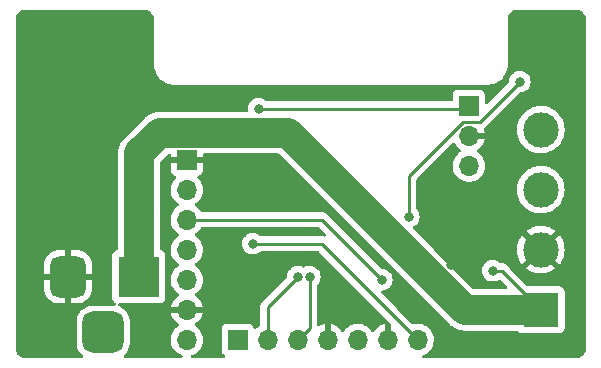
<source format=gbr>
%TF.GenerationSoftware,KiCad,Pcbnew,(6.0.9)*%
%TF.CreationDate,2023-01-18T13:19:17+01:00*%
%TF.ProjectId,WLED_All-in-one_ESP32_Controller,574c4544-5f41-46c6-9c2d-696e2d6f6e65,rev?*%
%TF.SameCoordinates,Original*%
%TF.FileFunction,Copper,L2,Bot*%
%TF.FilePolarity,Positive*%
%FSLAX46Y46*%
G04 Gerber Fmt 4.6, Leading zero omitted, Abs format (unit mm)*
G04 Created by KiCad (PCBNEW (6.0.9)) date 2023-01-18 13:19:17*
%MOMM*%
%LPD*%
G01*
G04 APERTURE LIST*
G04 Aperture macros list*
%AMRoundRect*
0 Rectangle with rounded corners*
0 $1 Rounding radius*
0 $2 $3 $4 $5 $6 $7 $8 $9 X,Y pos of 4 corners*
0 Add a 4 corners polygon primitive as box body*
4,1,4,$2,$3,$4,$5,$6,$7,$8,$9,$2,$3,0*
0 Add four circle primitives for the rounded corners*
1,1,$1+$1,$2,$3*
1,1,$1+$1,$4,$5*
1,1,$1+$1,$6,$7*
1,1,$1+$1,$8,$9*
0 Add four rect primitives between the rounded corners*
20,1,$1+$1,$2,$3,$4,$5,0*
20,1,$1+$1,$4,$5,$6,$7,0*
20,1,$1+$1,$6,$7,$8,$9,0*
20,1,$1+$1,$8,$9,$2,$3,0*%
G04 Aperture macros list end*
%TA.AperFunction,ComponentPad*%
%ADD10R,3.500000X3.500000*%
%TD*%
%TA.AperFunction,ComponentPad*%
%ADD11RoundRect,0.750000X-0.750000X-1.000000X0.750000X-1.000000X0.750000X1.000000X-0.750000X1.000000X0*%
%TD*%
%TA.AperFunction,ComponentPad*%
%ADD12RoundRect,0.875000X-0.875000X-0.875000X0.875000X-0.875000X0.875000X0.875000X-0.875000X0.875000X0*%
%TD*%
%TA.AperFunction,ComponentPad*%
%ADD13R,3.000000X3.000000*%
%TD*%
%TA.AperFunction,ComponentPad*%
%ADD14C,3.000000*%
%TD*%
%TA.AperFunction,ComponentPad*%
%ADD15R,1.700000X1.700000*%
%TD*%
%TA.AperFunction,ComponentPad*%
%ADD16O,1.700000X1.700000*%
%TD*%
%TA.AperFunction,ViaPad*%
%ADD17C,0.800000*%
%TD*%
%TA.AperFunction,Conductor*%
%ADD18C,2.500000*%
%TD*%
%TA.AperFunction,Conductor*%
%ADD19C,0.250000*%
%TD*%
G04 APERTURE END LIST*
D10*
%TO.P,J2,1*%
%TO.N,+5V*%
X139192000Y-94488000D03*
D11*
%TO.P,J2,2*%
%TO.N,GND*%
X133192000Y-94488000D03*
D12*
%TO.P,J2,3*%
%TO.N,N/C*%
X136192000Y-99188000D03*
%TD*%
D13*
%TO.P,J3,1,Pin_1*%
%TO.N,+5V*%
X173228000Y-97282000D03*
D14*
%TO.P,J3,2,Pin_2*%
%TO.N,GND*%
X173228000Y-92202000D03*
%TO.P,J3,3,Pin_3*%
%TO.N,OUT1*%
X173228000Y-87122000D03*
%TO.P,J3,4,Pin_4*%
%TO.N,OUT2*%
X173228000Y-82042000D03*
%TD*%
D15*
%TO.P,J4,1,Pin_1*%
%TO.N,+3V3*%
X167132000Y-80010000D03*
D16*
%TO.P,J4,2,Pin_2*%
%TO.N,GND*%
X167132000Y-82550000D03*
%TO.P,J4,3,Pin_3*%
%TO.N,IR*%
X167132000Y-85090000D03*
%TD*%
D15*
%TO.P,J1,1,Pin_1*%
%TO.N,+3V3*%
X147569000Y-99822000D03*
D16*
%TO.P,J1,2,Pin_2*%
%TO.N,TX*%
X150109000Y-99822000D03*
%TO.P,J1,3,Pin_3*%
%TO.N,RX*%
X152649000Y-99822000D03*
%TO.P,J1,4,Pin_4*%
%TO.N,GND*%
X155189000Y-99822000D03*
%TO.P,J1,5,Pin_5*%
%TO.N,IO0*%
X157729000Y-99822000D03*
%TO.P,J1,6,Pin_6*%
%TO.N,GND*%
X160269000Y-99822000D03*
%TO.P,J1,7,Pin_7*%
%TO.N,Button*%
X162809000Y-99822000D03*
%TD*%
D15*
%TO.P,J5,1,Pin_1*%
%TO.N,GND*%
X143256000Y-84577000D03*
D16*
%TO.P,J5,2,Pin_2*%
%TO.N,MIC_SD*%
X143256000Y-87117000D03*
%TO.P,J5,3,Pin_3*%
%TO.N,MIC_WS*%
X143256000Y-89657000D03*
%TO.P,J5,4,Pin_4*%
%TO.N,MIC_SCK*%
X143256000Y-92197000D03*
%TO.P,J5,5,Pin_5*%
%TO.N,+3V3*%
X143256000Y-94737000D03*
%TO.P,J5,6,Pin_6*%
%TO.N,GND*%
X143256000Y-97277000D03*
%TO.P,J5,7,Pin_7*%
%TO.N,ADC1*%
X143256000Y-99817000D03*
%TD*%
D17*
%TO.N,+5V*%
X169164000Y-93980000D03*
%TO.N,+3V3*%
X149352000Y-80264000D03*
%TO.N,GND*%
X139700000Y-77978000D03*
X165608000Y-93472000D03*
X167640000Y-91186000D03*
X166624000Y-86868000D03*
%TO.N,RX*%
X153670000Y-94488000D03*
%TO.N,TX*%
X152654000Y-94488000D03*
%TO.N,MIC_WS*%
X159766000Y-94742000D03*
%TO.N,Button*%
X148844000Y-91694000D03*
%TO.N,LED*%
X162052000Y-89408000D03*
X171450000Y-77978000D03*
%TD*%
D18*
%TO.N,+5V*%
X140956489Y-82277489D02*
X151797884Y-82277489D01*
D19*
X169926000Y-93980000D02*
X173228000Y-97282000D01*
X169164000Y-93980000D02*
X169926000Y-93980000D01*
D18*
X166802395Y-97282000D02*
X173228000Y-97282000D01*
X139192000Y-94488000D02*
X139192000Y-84041978D01*
X151797884Y-82277489D02*
X166802395Y-97282000D01*
X139192000Y-84041978D02*
X140956489Y-82277489D01*
D19*
%TO.N,+3V3*%
X149352000Y-80264000D02*
X166878000Y-80264000D01*
X166878000Y-80264000D02*
X167132000Y-80010000D01*
%TO.N,RX*%
X153670000Y-94488000D02*
X153670000Y-98801000D01*
X153670000Y-98801000D02*
X152649000Y-99822000D01*
%TO.N,TX*%
X150109000Y-97033000D02*
X150109000Y-99822000D01*
X152654000Y-94488000D02*
X150109000Y-97033000D01*
%TO.N,MIC_WS*%
X143256000Y-89657000D02*
X154681000Y-89657000D01*
X154681000Y-89657000D02*
X159766000Y-94742000D01*
%TO.N,Button*%
X148844000Y-91694000D02*
X154681000Y-91694000D01*
X154681000Y-91694000D02*
X162809000Y-99822000D01*
%TO.N,LED*%
X162052000Y-85968990D02*
X162052000Y-89408000D01*
X166645501Y-81375489D02*
X162052000Y-85968990D01*
X168052511Y-81375489D02*
X166645501Y-81375489D01*
X171450000Y-77978000D02*
X168052511Y-81375489D01*
%TD*%
%TA.AperFunction,Conductor*%
%TO.N,GND*%
G36*
X139670018Y-71884000D02*
G01*
X139684852Y-71886310D01*
X139684855Y-71886310D01*
X139693724Y-71887691D01*
X139703659Y-71886392D01*
X139704746Y-71886250D01*
X139733431Y-71885793D01*
X139806741Y-71893013D01*
X139836212Y-71895916D01*
X139860432Y-71900733D01*
X139979546Y-71936866D01*
X140002355Y-71946315D01*
X140112124Y-72004987D01*
X140132655Y-72018705D01*
X140228876Y-72097671D01*
X140246329Y-72115124D01*
X140325295Y-72211345D01*
X140339013Y-72231876D01*
X140397685Y-72341645D01*
X140407134Y-72364454D01*
X140443267Y-72483568D01*
X140448084Y-72507789D01*
X140457541Y-72603809D01*
X140457091Y-72619868D01*
X140457800Y-72619877D01*
X140457690Y-72628853D01*
X140456309Y-72637724D01*
X140457473Y-72646626D01*
X140457473Y-72646628D01*
X140460436Y-72669283D01*
X140461500Y-72685621D01*
X140461500Y-76404633D01*
X140460000Y-76424018D01*
X140457690Y-76438851D01*
X140457690Y-76438855D01*
X140456309Y-76447724D01*
X140457130Y-76454000D01*
X140456957Y-76454000D01*
X140475106Y-76707753D01*
X140529183Y-76956341D01*
X140618087Y-77194703D01*
X140740009Y-77417986D01*
X140742706Y-77421589D01*
X140742710Y-77421595D01*
X140761559Y-77446774D01*
X140892466Y-77621645D01*
X141072355Y-77801534D01*
X141075958Y-77804231D01*
X141272405Y-77951290D01*
X141272411Y-77951294D01*
X141276014Y-77953991D01*
X141499297Y-78075913D01*
X141503509Y-78077484D01*
X141733441Y-78163244D01*
X141733444Y-78163245D01*
X141737659Y-78164817D01*
X141742050Y-78165772D01*
X141742056Y-78165774D01*
X141927513Y-78206117D01*
X141986247Y-78218894D01*
X141990735Y-78219215D01*
X142206668Y-78234659D01*
X142218577Y-78236083D01*
X142221251Y-78236533D01*
X142222645Y-78236768D01*
X142222647Y-78236768D01*
X142227448Y-78237576D01*
X142233991Y-78237656D01*
X142235140Y-78237670D01*
X142235143Y-78237670D01*
X142240000Y-78237729D01*
X142267624Y-78233773D01*
X142285486Y-78232500D01*
X168602750Y-78232500D01*
X168623655Y-78234246D01*
X168638656Y-78236770D01*
X168638659Y-78236770D01*
X168643448Y-78237576D01*
X168649445Y-78237649D01*
X168651132Y-78237670D01*
X168651136Y-78237670D01*
X168656000Y-78237729D01*
X168660994Y-78237014D01*
X168661149Y-78236992D01*
X168670016Y-78236041D01*
X168905265Y-78219215D01*
X168909753Y-78218894D01*
X168968487Y-78206117D01*
X169153944Y-78165774D01*
X169153950Y-78165772D01*
X169158341Y-78164817D01*
X169162556Y-78163245D01*
X169162559Y-78163244D01*
X169392491Y-78077484D01*
X169396703Y-78075913D01*
X169619986Y-77953991D01*
X169623589Y-77951294D01*
X169623595Y-77951290D01*
X169820042Y-77804231D01*
X169823645Y-77801534D01*
X170003534Y-77621645D01*
X170134441Y-77446774D01*
X170153290Y-77421595D01*
X170153294Y-77421589D01*
X170155991Y-77417986D01*
X170277913Y-77194703D01*
X170366817Y-76956341D01*
X170420894Y-76707753D01*
X170436659Y-76487332D01*
X170438084Y-76475418D01*
X170438768Y-76471355D01*
X170438768Y-76471353D01*
X170439576Y-76466552D01*
X170439729Y-76454000D01*
X170435773Y-76426376D01*
X170434500Y-76408514D01*
X170434500Y-72697250D01*
X170436246Y-72676345D01*
X170438770Y-72661344D01*
X170438770Y-72661341D01*
X170439576Y-72656552D01*
X170439729Y-72644000D01*
X170438788Y-72637429D01*
X170438123Y-72607218D01*
X170447916Y-72507789D01*
X170452733Y-72483568D01*
X170488866Y-72364454D01*
X170498315Y-72341645D01*
X170556987Y-72231876D01*
X170570705Y-72211345D01*
X170649671Y-72115124D01*
X170667124Y-72097671D01*
X170763345Y-72018705D01*
X170783876Y-72004987D01*
X170893645Y-71946315D01*
X170916454Y-71936866D01*
X171035568Y-71900733D01*
X171059789Y-71895916D01*
X171155809Y-71886459D01*
X171171868Y-71886909D01*
X171171877Y-71886200D01*
X171180853Y-71886310D01*
X171189724Y-71887691D01*
X171198626Y-71886527D01*
X171198628Y-71886527D01*
X171215059Y-71884378D01*
X171221286Y-71883564D01*
X171237621Y-71882500D01*
X176226633Y-71882500D01*
X176246018Y-71884000D01*
X176260852Y-71886310D01*
X176260855Y-71886310D01*
X176269724Y-71887691D01*
X176279659Y-71886392D01*
X176280746Y-71886250D01*
X176309431Y-71885793D01*
X176382741Y-71893013D01*
X176412212Y-71895916D01*
X176436432Y-71900733D01*
X176555546Y-71936866D01*
X176578355Y-71946315D01*
X176688124Y-72004987D01*
X176708655Y-72018705D01*
X176804876Y-72097671D01*
X176822329Y-72115124D01*
X176901295Y-72211345D01*
X176915013Y-72231876D01*
X176973685Y-72341645D01*
X176983134Y-72364454D01*
X177019267Y-72483568D01*
X177024084Y-72507789D01*
X177033541Y-72603809D01*
X177033091Y-72619868D01*
X177033800Y-72619877D01*
X177033690Y-72628853D01*
X177032309Y-72637724D01*
X177033473Y-72646626D01*
X177033473Y-72646628D01*
X177036436Y-72669283D01*
X177037500Y-72685621D01*
X177037500Y-100534633D01*
X177036000Y-100554018D01*
X177032309Y-100577724D01*
X177033473Y-100586626D01*
X177033750Y-100588746D01*
X177034207Y-100617431D01*
X177032872Y-100630990D01*
X177024084Y-100720212D01*
X177019267Y-100744432D01*
X176983134Y-100863546D01*
X176973685Y-100886355D01*
X176915013Y-100996124D01*
X176901295Y-101016655D01*
X176822329Y-101112876D01*
X176804876Y-101130329D01*
X176708655Y-101209295D01*
X176688124Y-101223013D01*
X176578355Y-101281685D01*
X176555546Y-101291134D01*
X176436432Y-101327267D01*
X176412211Y-101332084D01*
X176316191Y-101341541D01*
X176300132Y-101341091D01*
X176300123Y-101341800D01*
X176291147Y-101341690D01*
X176282276Y-101340309D01*
X176273374Y-101341473D01*
X176273372Y-101341473D01*
X176260856Y-101343110D01*
X176250714Y-101344436D01*
X176234379Y-101345500D01*
X163317127Y-101345500D01*
X163249006Y-101325498D01*
X163202513Y-101271842D01*
X163192409Y-101201568D01*
X163221903Y-101136988D01*
X163280919Y-101098815D01*
X163301418Y-101092665D01*
X163301430Y-101092660D01*
X163306384Y-101091174D01*
X163506994Y-100992896D01*
X163688860Y-100863173D01*
X163847096Y-100705489D01*
X163874359Y-100667549D01*
X163974435Y-100528277D01*
X163977453Y-100524077D01*
X163990995Y-100496678D01*
X164074136Y-100328453D01*
X164074137Y-100328451D01*
X164076430Y-100323811D01*
X164111434Y-100208599D01*
X164139865Y-100115023D01*
X164139865Y-100115021D01*
X164141370Y-100110069D01*
X164170529Y-99888590D01*
X164172156Y-99822000D01*
X164153852Y-99599361D01*
X164099431Y-99382702D01*
X164010354Y-99177840D01*
X163921505Y-99040500D01*
X163891822Y-98994617D01*
X163891820Y-98994614D01*
X163889014Y-98990277D01*
X163738670Y-98825051D01*
X163734619Y-98821852D01*
X163734615Y-98821848D01*
X163567414Y-98689800D01*
X163567410Y-98689798D01*
X163563359Y-98686598D01*
X163558831Y-98684098D01*
X163451712Y-98624966D01*
X163367789Y-98578638D01*
X163362920Y-98576914D01*
X163362916Y-98576912D01*
X163162087Y-98505795D01*
X163162083Y-98505794D01*
X163157212Y-98504069D01*
X163152119Y-98503162D01*
X163152116Y-98503161D01*
X162942373Y-98465800D01*
X162942367Y-98465799D01*
X162937284Y-98464894D01*
X162863452Y-98463992D01*
X162719081Y-98462228D01*
X162719079Y-98462228D01*
X162713911Y-98462165D01*
X162493091Y-98495955D01*
X162483564Y-98499069D01*
X162480532Y-98500060D01*
X162409568Y-98502210D01*
X162352294Y-98469389D01*
X161059988Y-97177083D01*
X159748499Y-95865595D01*
X159714474Y-95803283D01*
X159719538Y-95732468D01*
X159762085Y-95675632D01*
X159828605Y-95650821D01*
X159837594Y-95650500D01*
X159861487Y-95650500D01*
X159867939Y-95649128D01*
X159867944Y-95649128D01*
X159985514Y-95624137D01*
X160048288Y-95610794D01*
X160177939Y-95553070D01*
X160216722Y-95535803D01*
X160216724Y-95535802D01*
X160222752Y-95533118D01*
X160229647Y-95528109D01*
X160346407Y-95443277D01*
X160377253Y-95420866D01*
X160443916Y-95346829D01*
X160500621Y-95283852D01*
X160500622Y-95283851D01*
X160505040Y-95278944D01*
X160600527Y-95113556D01*
X160659542Y-94931928D01*
X160664107Y-94888500D01*
X160678814Y-94748565D01*
X160679504Y-94742000D01*
X160672080Y-94671365D01*
X160660232Y-94558635D01*
X160660232Y-94558633D01*
X160659542Y-94552072D01*
X160600527Y-94370444D01*
X160505040Y-94205056D01*
X160479064Y-94176206D01*
X160381675Y-94068045D01*
X160381674Y-94068044D01*
X160377253Y-94063134D01*
X160262829Y-93980000D01*
X160228094Y-93954763D01*
X160228093Y-93954762D01*
X160222752Y-93950882D01*
X160216724Y-93948198D01*
X160216722Y-93948197D01*
X160054319Y-93875891D01*
X160054318Y-93875891D01*
X160048288Y-93873206D01*
X159954888Y-93853353D01*
X159867944Y-93834872D01*
X159867939Y-93834872D01*
X159861487Y-93833500D01*
X159805594Y-93833500D01*
X159737473Y-93813498D01*
X159716499Y-93796595D01*
X155184652Y-89264747D01*
X155177112Y-89256461D01*
X155173000Y-89249982D01*
X155123348Y-89203356D01*
X155120507Y-89200602D01*
X155100770Y-89180865D01*
X155097573Y-89178385D01*
X155088551Y-89170680D01*
X155056321Y-89140414D01*
X155049375Y-89136595D01*
X155049372Y-89136593D01*
X155038566Y-89130652D01*
X155022047Y-89119801D01*
X155021583Y-89119441D01*
X155006041Y-89107386D01*
X154998772Y-89104241D01*
X154998768Y-89104238D01*
X154965463Y-89089826D01*
X154954813Y-89084609D01*
X154916060Y-89063305D01*
X154896437Y-89058267D01*
X154877734Y-89051863D01*
X154866420Y-89046967D01*
X154866419Y-89046967D01*
X154859145Y-89043819D01*
X154851322Y-89042580D01*
X154851312Y-89042577D01*
X154815476Y-89036901D01*
X154803856Y-89034495D01*
X154768711Y-89025472D01*
X154768710Y-89025472D01*
X154761030Y-89023500D01*
X154740776Y-89023500D01*
X154721065Y-89021949D01*
X154708886Y-89020020D01*
X154701057Y-89018780D01*
X154693165Y-89019526D01*
X154657039Y-89022941D01*
X154645181Y-89023500D01*
X144532805Y-89023500D01*
X144464684Y-89003498D01*
X144427013Y-88965940D01*
X144338822Y-88829617D01*
X144338820Y-88829614D01*
X144336014Y-88825277D01*
X144185670Y-88660051D01*
X144181619Y-88656852D01*
X144181615Y-88656848D01*
X144014414Y-88524800D01*
X144014410Y-88524798D01*
X144010359Y-88521598D01*
X143969053Y-88498796D01*
X143919084Y-88448364D01*
X143904312Y-88378921D01*
X143929428Y-88312516D01*
X143956780Y-88285909D01*
X144000603Y-88254650D01*
X144135860Y-88158173D01*
X144143727Y-88150334D01*
X144290435Y-88004137D01*
X144294096Y-88000489D01*
X144353594Y-87917689D01*
X144421435Y-87823277D01*
X144424453Y-87819077D01*
X144523430Y-87618811D01*
X144588370Y-87405069D01*
X144617529Y-87183590D01*
X144617611Y-87180240D01*
X144619074Y-87120365D01*
X144619074Y-87120361D01*
X144619156Y-87117000D01*
X144600852Y-86894361D01*
X144546431Y-86677702D01*
X144457354Y-86472840D01*
X144360072Y-86322465D01*
X144338822Y-86289617D01*
X144338820Y-86289614D01*
X144336014Y-86285277D01*
X144332540Y-86281459D01*
X144332533Y-86281450D01*
X144188435Y-86123088D01*
X144157383Y-86059242D01*
X144165779Y-85988744D01*
X144210956Y-85933976D01*
X144237400Y-85920307D01*
X144344052Y-85880325D01*
X144359649Y-85871786D01*
X144461724Y-85795285D01*
X144474285Y-85782724D01*
X144550786Y-85680649D01*
X144559324Y-85665054D01*
X144604478Y-85544606D01*
X144608105Y-85529351D01*
X144613631Y-85478486D01*
X144614000Y-85471672D01*
X144614000Y-84849115D01*
X144609525Y-84833876D01*
X144608135Y-84832671D01*
X144600452Y-84831000D01*
X141916116Y-84831000D01*
X141900877Y-84835475D01*
X141899672Y-84836865D01*
X141898001Y-84844548D01*
X141898001Y-85471669D01*
X141898371Y-85478490D01*
X141903895Y-85529352D01*
X141907521Y-85544604D01*
X141952676Y-85665054D01*
X141961214Y-85680649D01*
X142037715Y-85782724D01*
X142050276Y-85795285D01*
X142152351Y-85871786D01*
X142167946Y-85880324D01*
X142276827Y-85921142D01*
X142333591Y-85963784D01*
X142358291Y-86030345D01*
X142343083Y-86099694D01*
X142323691Y-86126175D01*
X142238366Y-86215463D01*
X142196629Y-86259138D01*
X142193715Y-86263410D01*
X142193714Y-86263411D01*
X142155563Y-86319338D01*
X142070743Y-86443680D01*
X142055003Y-86477590D01*
X142007182Y-86580612D01*
X141976688Y-86646305D01*
X141916989Y-86861570D01*
X141893251Y-87083695D01*
X141893548Y-87088848D01*
X141893548Y-87088851D01*
X141899011Y-87183590D01*
X141906110Y-87306715D01*
X141907247Y-87311761D01*
X141907248Y-87311767D01*
X141922295Y-87378533D01*
X141955222Y-87524639D01*
X142039266Y-87731616D01*
X142155987Y-87922088D01*
X142302250Y-88090938D01*
X142474126Y-88233632D01*
X142544595Y-88274811D01*
X142547445Y-88276476D01*
X142596169Y-88328114D01*
X142609240Y-88397897D01*
X142582509Y-88463669D01*
X142542055Y-88497027D01*
X142529607Y-88503507D01*
X142525474Y-88506610D01*
X142525471Y-88506612D01*
X142376991Y-88618094D01*
X142350965Y-88637635D01*
X142347393Y-88641373D01*
X142206091Y-88789237D01*
X142196629Y-88799138D01*
X142070743Y-88983680D01*
X142032154Y-89066813D01*
X141995471Y-89145841D01*
X141976688Y-89186305D01*
X141916989Y-89401570D01*
X141893251Y-89623695D01*
X141906110Y-89846715D01*
X141907247Y-89851761D01*
X141907248Y-89851767D01*
X141928247Y-89944944D01*
X141955222Y-90064639D01*
X142039266Y-90271616D01*
X142155987Y-90462088D01*
X142302250Y-90630938D01*
X142474126Y-90773632D01*
X142494436Y-90785500D01*
X142547445Y-90816476D01*
X142596169Y-90868114D01*
X142609240Y-90937897D01*
X142582509Y-91003669D01*
X142542055Y-91037027D01*
X142529607Y-91043507D01*
X142525474Y-91046610D01*
X142525471Y-91046612D01*
X142355100Y-91174530D01*
X142350965Y-91177635D01*
X142347393Y-91181373D01*
X142238329Y-91295502D01*
X142196629Y-91339138D01*
X142193715Y-91343410D01*
X142193714Y-91343411D01*
X142150538Y-91406705D01*
X142070743Y-91523680D01*
X142055003Y-91557590D01*
X142014582Y-91644670D01*
X141976688Y-91726305D01*
X141916989Y-91941570D01*
X141893251Y-92163695D01*
X141893548Y-92168848D01*
X141893548Y-92168851D01*
X141901093Y-92299701D01*
X141906110Y-92386715D01*
X141907247Y-92391761D01*
X141907248Y-92391767D01*
X141907762Y-92394046D01*
X141955222Y-92604639D01*
X142039266Y-92811616D01*
X142155987Y-93002088D01*
X142302250Y-93170938D01*
X142474126Y-93313632D01*
X142530373Y-93346500D01*
X142547445Y-93356476D01*
X142596169Y-93408114D01*
X142609240Y-93477897D01*
X142582509Y-93543669D01*
X142542055Y-93577027D01*
X142529607Y-93583507D01*
X142525474Y-93586610D01*
X142525471Y-93586612D01*
X142355100Y-93714530D01*
X142350965Y-93717635D01*
X142347393Y-93721373D01*
X142211087Y-93864009D01*
X142196629Y-93879138D01*
X142193715Y-93883410D01*
X142193714Y-93883411D01*
X142147570Y-93951056D01*
X142070743Y-94063680D01*
X142024471Y-94163365D01*
X141993761Y-94229525D01*
X141976688Y-94266305D01*
X141916989Y-94481570D01*
X141893251Y-94703695D01*
X141893548Y-94708848D01*
X141893548Y-94708851D01*
X141899011Y-94803590D01*
X141906110Y-94926715D01*
X141907247Y-94931761D01*
X141907248Y-94931767D01*
X141927119Y-95019939D01*
X141955222Y-95144639D01*
X142039266Y-95351616D01*
X142050971Y-95370717D01*
X142152136Y-95535803D01*
X142155987Y-95542088D01*
X142302250Y-95710938D01*
X142474126Y-95853632D01*
X142547955Y-95896774D01*
X142596679Y-95948412D01*
X142609750Y-96018195D01*
X142583019Y-96083967D01*
X142542562Y-96117327D01*
X142534457Y-96121546D01*
X142525738Y-96127036D01*
X142355433Y-96254905D01*
X142347726Y-96261748D01*
X142200590Y-96415717D01*
X142194104Y-96423727D01*
X142074098Y-96599649D01*
X142069000Y-96608623D01*
X141979338Y-96801783D01*
X141975775Y-96811470D01*
X141920389Y-97011183D01*
X141921912Y-97019607D01*
X141934292Y-97023000D01*
X144574344Y-97023000D01*
X144587875Y-97019027D01*
X144589180Y-97009947D01*
X144547214Y-96842875D01*
X144543894Y-96833124D01*
X144458972Y-96637814D01*
X144454105Y-96628739D01*
X144338426Y-96449926D01*
X144332136Y-96441757D01*
X144188806Y-96284240D01*
X144181273Y-96277215D01*
X144014139Y-96145222D01*
X144005556Y-96139520D01*
X143968602Y-96119120D01*
X143918631Y-96068687D01*
X143903859Y-95999245D01*
X143928975Y-95932839D01*
X143956327Y-95906232D01*
X144013298Y-95865595D01*
X144135860Y-95778173D01*
X144294096Y-95620489D01*
X144342541Y-95553071D01*
X144421435Y-95443277D01*
X144424453Y-95439077D01*
X144427257Y-95433405D01*
X144521136Y-95243453D01*
X144521137Y-95243451D01*
X144523430Y-95238811D01*
X144563395Y-95107271D01*
X144586865Y-95030023D01*
X144586865Y-95030021D01*
X144588370Y-95025069D01*
X144617529Y-94803590D01*
X144618257Y-94773803D01*
X144619074Y-94740365D01*
X144619074Y-94740361D01*
X144619156Y-94737000D01*
X144600852Y-94514361D01*
X144546431Y-94297702D01*
X144457354Y-94092840D01*
X144388602Y-93986565D01*
X144338822Y-93909617D01*
X144338820Y-93909614D01*
X144336014Y-93905277D01*
X144185670Y-93740051D01*
X144181619Y-93736852D01*
X144181615Y-93736848D01*
X144014414Y-93604800D01*
X144014410Y-93604798D01*
X144010359Y-93601598D01*
X143969053Y-93578796D01*
X143919084Y-93528364D01*
X143904312Y-93458921D01*
X143929428Y-93392516D01*
X143956780Y-93365909D01*
X144012032Y-93326498D01*
X144135860Y-93238173D01*
X144143983Y-93230079D01*
X144290435Y-93084137D01*
X144294096Y-93080489D01*
X144299570Y-93072872D01*
X144421435Y-92903277D01*
X144424453Y-92899077D01*
X144513590Y-92718722D01*
X144521136Y-92703453D01*
X144521137Y-92703451D01*
X144523430Y-92698811D01*
X144579032Y-92515803D01*
X144586865Y-92490023D01*
X144586865Y-92490021D01*
X144588370Y-92485069D01*
X144617529Y-92263590D01*
X144618036Y-92242852D01*
X144619074Y-92200365D01*
X144619074Y-92200361D01*
X144619156Y-92197000D01*
X144600852Y-91974361D01*
X144546431Y-91757702D01*
X144457354Y-91552840D01*
X144336014Y-91365277D01*
X144185670Y-91200051D01*
X144181619Y-91196852D01*
X144181615Y-91196848D01*
X144014414Y-91064800D01*
X144014410Y-91064798D01*
X144010359Y-91061598D01*
X143969053Y-91038796D01*
X143919084Y-90988364D01*
X143904312Y-90918921D01*
X143929428Y-90852516D01*
X143956780Y-90825909D01*
X144013431Y-90785500D01*
X144135860Y-90698173D01*
X144294096Y-90540489D01*
X144353594Y-90457689D01*
X144421435Y-90363277D01*
X144424453Y-90359077D01*
X144426746Y-90354437D01*
X144428446Y-90351608D01*
X144480674Y-90303518D01*
X144536451Y-90290500D01*
X154366406Y-90290500D01*
X154434527Y-90310502D01*
X154455501Y-90327405D01*
X155008686Y-90880590D01*
X155042712Y-90942902D01*
X155037647Y-91013717D01*
X154995100Y-91070553D01*
X154928580Y-91095364D01*
X154874055Y-91086088D01*
X154874029Y-91086178D01*
X154873247Y-91085951D01*
X154869551Y-91085322D01*
X154866420Y-91083967D01*
X154866419Y-91083967D01*
X154859145Y-91080819D01*
X154851322Y-91079580D01*
X154851312Y-91079577D01*
X154815476Y-91073901D01*
X154803856Y-91071495D01*
X154768711Y-91062472D01*
X154768710Y-91062472D01*
X154761030Y-91060500D01*
X154740776Y-91060500D01*
X154721065Y-91058949D01*
X154708886Y-91057020D01*
X154701057Y-91055780D01*
X154693165Y-91056526D01*
X154657039Y-91059941D01*
X154645181Y-91060500D01*
X149552200Y-91060500D01*
X149484079Y-91040498D01*
X149464853Y-91024157D01*
X149464580Y-91024460D01*
X149459668Y-91020037D01*
X149455253Y-91015134D01*
X149300752Y-90902882D01*
X149294724Y-90900198D01*
X149294722Y-90900197D01*
X149132319Y-90827891D01*
X149132318Y-90827891D01*
X149126288Y-90825206D01*
X149032888Y-90805353D01*
X148945944Y-90786872D01*
X148945939Y-90786872D01*
X148939487Y-90785500D01*
X148748513Y-90785500D01*
X148742061Y-90786872D01*
X148742056Y-90786872D01*
X148655112Y-90805353D01*
X148561712Y-90825206D01*
X148555682Y-90827891D01*
X148555681Y-90827891D01*
X148393278Y-90900197D01*
X148393276Y-90900198D01*
X148387248Y-90902882D01*
X148232747Y-91015134D01*
X148228326Y-91020044D01*
X148228325Y-91020045D01*
X148169550Y-91085322D01*
X148104960Y-91157056D01*
X148009473Y-91322444D01*
X147950458Y-91504072D01*
X147949768Y-91510633D01*
X147949768Y-91510635D01*
X147945789Y-91548492D01*
X147930496Y-91694000D01*
X147950458Y-91883928D01*
X148009473Y-92065556D01*
X148104960Y-92230944D01*
X148109378Y-92235851D01*
X148109379Y-92235852D01*
X148160629Y-92292771D01*
X148232747Y-92372866D01*
X148254279Y-92388510D01*
X148380120Y-92479939D01*
X148387248Y-92485118D01*
X148393276Y-92487802D01*
X148393278Y-92487803D01*
X148555681Y-92560109D01*
X148561712Y-92562794D01*
X148655113Y-92582647D01*
X148742056Y-92601128D01*
X148742061Y-92601128D01*
X148748513Y-92602500D01*
X148939487Y-92602500D01*
X148945939Y-92601128D01*
X148945944Y-92601128D01*
X149032887Y-92582647D01*
X149126288Y-92562794D01*
X149132319Y-92560109D01*
X149294722Y-92487803D01*
X149294724Y-92487802D01*
X149300752Y-92485118D01*
X149307881Y-92479939D01*
X149443305Y-92381547D01*
X149455253Y-92372866D01*
X149459668Y-92367963D01*
X149464580Y-92363540D01*
X149465705Y-92364789D01*
X149519014Y-92331949D01*
X149552200Y-92327500D01*
X154366406Y-92327500D01*
X154434527Y-92347502D01*
X154455501Y-92364405D01*
X160486976Y-98395881D01*
X160521001Y-98458191D01*
X160519694Y-98487795D01*
X160523000Y-98487795D01*
X160523000Y-99950000D01*
X160502998Y-100018121D01*
X160449342Y-100064614D01*
X160397000Y-100076000D01*
X160141000Y-100076000D01*
X160072879Y-100055998D01*
X160026386Y-100002342D01*
X160015000Y-99950000D01*
X160015000Y-98505102D01*
X160011082Y-98491758D01*
X159996806Y-98489771D01*
X159958324Y-98495660D01*
X159948288Y-98498051D01*
X159745868Y-98564212D01*
X159736359Y-98568209D01*
X159547463Y-98666542D01*
X159538738Y-98672036D01*
X159368433Y-98799905D01*
X159360726Y-98806748D01*
X159213590Y-98960717D01*
X159207109Y-98968722D01*
X159102498Y-99122074D01*
X159047587Y-99167076D01*
X158977062Y-99175247D01*
X158913315Y-99143993D01*
X158892618Y-99119509D01*
X158811822Y-98994617D01*
X158811820Y-98994614D01*
X158809014Y-98990277D01*
X158658670Y-98825051D01*
X158654619Y-98821852D01*
X158654615Y-98821848D01*
X158487414Y-98689800D01*
X158487410Y-98689798D01*
X158483359Y-98686598D01*
X158478831Y-98684098D01*
X158371712Y-98624966D01*
X158287789Y-98578638D01*
X158282920Y-98576914D01*
X158282916Y-98576912D01*
X158082087Y-98505795D01*
X158082083Y-98505794D01*
X158077212Y-98504069D01*
X158072119Y-98503162D01*
X158072116Y-98503161D01*
X157862373Y-98465800D01*
X157862367Y-98465799D01*
X157857284Y-98464894D01*
X157783452Y-98463992D01*
X157639081Y-98462228D01*
X157639079Y-98462228D01*
X157633911Y-98462165D01*
X157413091Y-98495955D01*
X157200756Y-98565357D01*
X157161220Y-98585938D01*
X157016790Y-98661124D01*
X157002607Y-98668507D01*
X156998474Y-98671610D01*
X156998471Y-98671612D01*
X156830624Y-98797635D01*
X156823965Y-98802635D01*
X156767536Y-98861684D01*
X156677928Y-98955454D01*
X156669629Y-98964138D01*
X156666720Y-98968403D01*
X156666714Y-98968411D01*
X156633235Y-99017490D01*
X156562204Y-99121618D01*
X156561898Y-99122066D01*
X156506987Y-99167069D01*
X156436462Y-99175240D01*
X156372715Y-99143986D01*
X156352018Y-99119502D01*
X156271426Y-98994926D01*
X156265136Y-98986757D01*
X156121806Y-98829240D01*
X156114273Y-98822215D01*
X155947139Y-98690222D01*
X155938552Y-98684517D01*
X155752117Y-98581599D01*
X155742705Y-98577369D01*
X155541959Y-98506280D01*
X155531988Y-98503646D01*
X155460837Y-98490972D01*
X155447540Y-98492432D01*
X155443000Y-98506989D01*
X155443000Y-99950000D01*
X155422998Y-100018121D01*
X155369342Y-100064614D01*
X155317000Y-100076000D01*
X155061000Y-100076000D01*
X154992879Y-100055998D01*
X154946386Y-100002342D01*
X154935000Y-99950000D01*
X154935000Y-98505102D01*
X154931082Y-98491758D01*
X154916806Y-98489771D01*
X154878324Y-98495660D01*
X154868288Y-98498051D01*
X154665868Y-98564212D01*
X154656364Y-98568207D01*
X154487681Y-98656018D01*
X154418021Y-98669731D01*
X154352006Y-98643606D01*
X154310594Y-98585938D01*
X154303500Y-98544255D01*
X154303500Y-95190524D01*
X154323502Y-95122403D01*
X154335858Y-95106221D01*
X154409040Y-95024944D01*
X154504527Y-94859556D01*
X154563542Y-94677928D01*
X154565138Y-94662749D01*
X154582814Y-94494565D01*
X154583504Y-94488000D01*
X154563542Y-94298072D01*
X154504527Y-94116444D01*
X154409040Y-93951056D01*
X154367821Y-93905277D01*
X154285675Y-93814045D01*
X154285674Y-93814044D01*
X154281253Y-93809134D01*
X154126752Y-93696882D01*
X154120724Y-93694198D01*
X154120722Y-93694197D01*
X153958319Y-93621891D01*
X153958318Y-93621891D01*
X153952288Y-93619206D01*
X153857716Y-93599104D01*
X153771944Y-93580872D01*
X153771939Y-93580872D01*
X153765487Y-93579500D01*
X153574513Y-93579500D01*
X153568061Y-93580872D01*
X153568056Y-93580872D01*
X153482284Y-93599104D01*
X153387712Y-93619206D01*
X153213248Y-93696882D01*
X153142882Y-93706316D01*
X153110753Y-93696882D01*
X153110752Y-93696882D01*
X152936288Y-93619206D01*
X152841716Y-93599104D01*
X152755944Y-93580872D01*
X152755939Y-93580872D01*
X152749487Y-93579500D01*
X152558513Y-93579500D01*
X152552061Y-93580872D01*
X152552056Y-93580872D01*
X152466284Y-93599104D01*
X152371712Y-93619206D01*
X152365682Y-93621891D01*
X152365681Y-93621891D01*
X152203278Y-93694197D01*
X152203276Y-93694198D01*
X152197248Y-93696882D01*
X152042747Y-93809134D01*
X152038326Y-93814044D01*
X152038325Y-93814045D01*
X151956180Y-93905277D01*
X151914960Y-93951056D01*
X151819473Y-94116444D01*
X151760458Y-94298072D01*
X151759768Y-94304633D01*
X151759768Y-94304635D01*
X151743093Y-94463293D01*
X151716080Y-94528950D01*
X151706878Y-94539218D01*
X150710800Y-95535295D01*
X149716747Y-96529348D01*
X149708461Y-96536888D01*
X149701982Y-96541000D01*
X149696557Y-96546777D01*
X149655357Y-96590651D01*
X149652602Y-96593493D01*
X149632865Y-96613230D01*
X149630385Y-96616427D01*
X149622682Y-96625447D01*
X149592414Y-96657679D01*
X149588595Y-96664625D01*
X149588593Y-96664628D01*
X149582652Y-96675434D01*
X149571801Y-96691953D01*
X149559386Y-96707959D01*
X149556241Y-96715228D01*
X149556238Y-96715232D01*
X149541826Y-96748537D01*
X149536609Y-96759187D01*
X149515305Y-96797940D01*
X149513334Y-96805615D01*
X149513334Y-96805616D01*
X149510267Y-96817562D01*
X149503863Y-96836266D01*
X149495819Y-96854855D01*
X149494580Y-96862678D01*
X149494577Y-96862688D01*
X149488901Y-96898524D01*
X149486495Y-96910144D01*
X149480725Y-96932619D01*
X149475500Y-96952970D01*
X149475500Y-96973224D01*
X149473949Y-96992934D01*
X149470780Y-97012943D01*
X149471526Y-97020835D01*
X149474941Y-97056961D01*
X149475500Y-97068819D01*
X149475500Y-98543692D01*
X149455498Y-98611813D01*
X149407683Y-98655453D01*
X149382607Y-98668507D01*
X149378474Y-98671610D01*
X149378471Y-98671612D01*
X149210624Y-98797635D01*
X149203965Y-98802635D01*
X149147537Y-98861684D01*
X149123283Y-98887064D01*
X149061759Y-98922494D01*
X148990846Y-98919037D01*
X148933060Y-98877791D01*
X148914207Y-98844243D01*
X148872767Y-98733703D01*
X148869615Y-98725295D01*
X148782261Y-98608739D01*
X148665705Y-98521385D01*
X148529316Y-98470255D01*
X148467134Y-98463500D01*
X146670866Y-98463500D01*
X146608684Y-98470255D01*
X146472295Y-98521385D01*
X146355739Y-98608739D01*
X146268385Y-98725295D01*
X146217255Y-98861684D01*
X146210500Y-98923866D01*
X146210500Y-100720134D01*
X146217255Y-100782316D01*
X146268385Y-100918705D01*
X146355739Y-101035261D01*
X146459293Y-101112870D01*
X146467037Y-101118674D01*
X146509552Y-101175533D01*
X146514578Y-101246352D01*
X146480518Y-101308645D01*
X146418187Y-101342635D01*
X146391472Y-101345500D01*
X143747461Y-101345500D01*
X143679340Y-101325498D01*
X143632847Y-101271842D01*
X143622743Y-101201568D01*
X143652237Y-101136988D01*
X143711253Y-101098814D01*
X143748429Y-101087661D01*
X143748434Y-101087659D01*
X143753384Y-101086174D01*
X143953994Y-100987896D01*
X144135860Y-100858173D01*
X144156352Y-100837753D01*
X144231251Y-100763115D01*
X144294096Y-100700489D01*
X144353594Y-100617689D01*
X144421435Y-100523277D01*
X144424453Y-100519077D01*
X144459395Y-100448378D01*
X144521136Y-100323453D01*
X144521137Y-100323451D01*
X144523430Y-100318811D01*
X144588370Y-100105069D01*
X144617529Y-99883590D01*
X144619156Y-99817000D01*
X144600852Y-99594361D01*
X144546431Y-99377702D01*
X144457354Y-99172840D01*
X144373844Y-99043753D01*
X144338822Y-98989617D01*
X144338820Y-98989614D01*
X144336014Y-98985277D01*
X144185670Y-98820051D01*
X144181619Y-98816852D01*
X144181615Y-98816848D01*
X144014414Y-98684800D01*
X144014410Y-98684798D01*
X144010359Y-98681598D01*
X143968569Y-98658529D01*
X143918598Y-98608097D01*
X143903826Y-98538654D01*
X143928942Y-98472248D01*
X143956294Y-98445641D01*
X144131328Y-98320792D01*
X144139200Y-98314139D01*
X144290052Y-98163812D01*
X144296730Y-98155965D01*
X144421003Y-97983020D01*
X144426313Y-97974183D01*
X144520670Y-97783267D01*
X144524469Y-97773672D01*
X144586377Y-97569910D01*
X144588555Y-97559837D01*
X144589986Y-97548962D01*
X144587775Y-97534778D01*
X144574617Y-97531000D01*
X141939225Y-97531000D01*
X141925694Y-97534973D01*
X141924257Y-97544966D01*
X141954565Y-97679446D01*
X141957645Y-97689275D01*
X142037770Y-97886603D01*
X142042413Y-97895794D01*
X142153694Y-98077388D01*
X142159777Y-98085699D01*
X142299213Y-98246667D01*
X142306580Y-98253883D01*
X142470434Y-98389916D01*
X142478881Y-98395831D01*
X142547969Y-98436203D01*
X142596693Y-98487842D01*
X142609764Y-98557625D01*
X142583033Y-98623396D01*
X142542584Y-98656752D01*
X142529607Y-98663507D01*
X142525474Y-98666610D01*
X142525471Y-98666612D01*
X142355100Y-98794530D01*
X142350965Y-98797635D01*
X142327476Y-98822215D01*
X142203895Y-98951535D01*
X142196629Y-98959138D01*
X142193715Y-98963410D01*
X142193714Y-98963411D01*
X142154909Y-99020297D01*
X142070743Y-99143680D01*
X141976688Y-99346305D01*
X141916989Y-99561570D01*
X141893251Y-99783695D01*
X141893548Y-99788848D01*
X141893548Y-99788851D01*
X141899011Y-99883590D01*
X141906110Y-100006715D01*
X141907247Y-100011761D01*
X141907248Y-100011767D01*
X141919158Y-100064614D01*
X141955222Y-100224639D01*
X142039266Y-100431616D01*
X142090019Y-100514438D01*
X142149404Y-100611345D01*
X142155987Y-100622088D01*
X142302250Y-100790938D01*
X142474126Y-100933632D01*
X142667000Y-101046338D01*
X142671825Y-101048180D01*
X142671826Y-101048181D01*
X142812214Y-101101790D01*
X142868717Y-101144778D01*
X142893010Y-101211489D01*
X142877380Y-101280743D01*
X142826789Y-101330554D01*
X142767265Y-101345500D01*
X138037158Y-101345500D01*
X137969037Y-101325498D01*
X137922544Y-101271842D01*
X137912440Y-101201568D01*
X137941934Y-101136988D01*
X137955914Y-101123191D01*
X138044747Y-101048254D01*
X138048819Y-101044819D01*
X138200209Y-100865356D01*
X138319196Y-100662952D01*
X138402380Y-100443393D01*
X138403704Y-100436616D01*
X138446544Y-100217243D01*
X138447381Y-100212957D01*
X138450500Y-100155364D01*
X138450500Y-98220636D01*
X138447381Y-98163043D01*
X138402380Y-97932607D01*
X138319196Y-97713048D01*
X138200209Y-97510644D01*
X138048819Y-97331181D01*
X137869356Y-97179791D01*
X137666952Y-97060804D01*
X137480932Y-96990327D01*
X137424317Y-96947488D01*
X137399849Y-96880840D01*
X137415298Y-96811545D01*
X137465759Y-96761602D01*
X137525573Y-96746500D01*
X140990134Y-96746500D01*
X141052316Y-96739745D01*
X141188705Y-96688615D01*
X141305261Y-96601261D01*
X141392615Y-96484705D01*
X141443745Y-96348316D01*
X141450500Y-96286134D01*
X141450500Y-92689866D01*
X141443745Y-92627684D01*
X141392615Y-92491295D01*
X141305261Y-92374739D01*
X141188705Y-92287385D01*
X141116296Y-92260240D01*
X141059714Y-92239028D01*
X141059711Y-92239027D01*
X141052316Y-92236255D01*
X141046547Y-92235628D01*
X140985709Y-92200874D01*
X140952887Y-92137919D01*
X140950500Y-92113507D01*
X140950500Y-84822564D01*
X140970502Y-84754443D01*
X140987404Y-84733469D01*
X141647978Y-84072894D01*
X141710291Y-84038869D01*
X141737074Y-84035989D01*
X141772000Y-84035989D01*
X141840121Y-84055991D01*
X141886614Y-84109647D01*
X141898000Y-84161989D01*
X141898000Y-84304885D01*
X141902475Y-84320124D01*
X141903865Y-84321329D01*
X141911548Y-84323000D01*
X144595884Y-84323000D01*
X144611123Y-84318525D01*
X144612328Y-84317135D01*
X144613999Y-84309452D01*
X144613999Y-84161989D01*
X144634001Y-84093868D01*
X144687657Y-84047375D01*
X144739999Y-84035989D01*
X151017299Y-84035989D01*
X151085420Y-84055991D01*
X151106394Y-84072894D01*
X165520122Y-98486622D01*
X165525030Y-98491816D01*
X165572957Y-98545513D01*
X165577413Y-98550506D01*
X165665054Y-98623396D01*
X165665233Y-98623545D01*
X165666885Y-98624943D01*
X165753466Y-98699546D01*
X165759519Y-98703365D01*
X165772850Y-98713051D01*
X165774770Y-98714648D01*
X165774778Y-98714654D01*
X165778365Y-98717637D01*
X165782355Y-98720058D01*
X165876074Y-98776929D01*
X165877943Y-98778086D01*
X165924504Y-98807463D01*
X165974514Y-98839017D01*
X165978791Y-98840899D01*
X165978793Y-98840900D01*
X165981068Y-98841901D01*
X165995685Y-98849510D01*
X166001814Y-98853229D01*
X166006128Y-98855038D01*
X166107143Y-98897397D01*
X166109164Y-98898265D01*
X166127295Y-98906243D01*
X166213750Y-98944284D01*
X166218257Y-98945513D01*
X166218266Y-98945516D01*
X166220666Y-98946170D01*
X166236243Y-98951533D01*
X166242850Y-98954303D01*
X166247378Y-98955453D01*
X166247381Y-98955454D01*
X166353568Y-98982422D01*
X166355686Y-98982980D01*
X166465916Y-99013032D01*
X166470556Y-99013581D01*
X166470561Y-99013582D01*
X166473022Y-99013873D01*
X166489238Y-99016878D01*
X166496178Y-99018641D01*
X166545739Y-99023632D01*
X166609823Y-99030085D01*
X166612008Y-99030324D01*
X166710715Y-99042006D01*
X166725475Y-99043753D01*
X166830014Y-99040559D01*
X166833862Y-99040500D01*
X171223198Y-99040500D01*
X171291319Y-99060502D01*
X171324024Y-99090935D01*
X171364739Y-99145261D01*
X171481295Y-99232615D01*
X171617684Y-99283745D01*
X171679866Y-99290500D01*
X174776134Y-99290500D01*
X174838316Y-99283745D01*
X174974705Y-99232615D01*
X175091261Y-99145261D01*
X175178615Y-99028705D01*
X175229745Y-98892316D01*
X175236500Y-98830134D01*
X175236500Y-95733866D01*
X175229745Y-95671684D01*
X175178615Y-95535295D01*
X175091261Y-95418739D01*
X174974705Y-95331385D01*
X174838316Y-95280255D01*
X174776134Y-95273500D01*
X172167595Y-95273500D01*
X172099474Y-95253498D01*
X172078500Y-95236595D01*
X170633559Y-93791654D01*
X172003618Y-93791654D01*
X172010673Y-93801627D01*
X172041679Y-93827551D01*
X172048598Y-93832579D01*
X172273272Y-93973515D01*
X172280807Y-93977556D01*
X172522520Y-94086694D01*
X172530551Y-94089680D01*
X172784832Y-94165002D01*
X172793184Y-94166869D01*
X173055340Y-94206984D01*
X173063874Y-94207700D01*
X173329045Y-94211867D01*
X173337596Y-94211418D01*
X173600883Y-94179557D01*
X173609284Y-94177955D01*
X173865824Y-94110653D01*
X173873926Y-94107926D01*
X174118949Y-94006434D01*
X174126617Y-94002628D01*
X174355598Y-93868822D01*
X174362679Y-93864009D01*
X174442655Y-93801301D01*
X174451125Y-93789442D01*
X174444608Y-93777818D01*
X173240812Y-92574022D01*
X173226868Y-92566408D01*
X173225035Y-92566539D01*
X173218420Y-92570790D01*
X172010910Y-93778300D01*
X172003618Y-93791654D01*
X170633559Y-93791654D01*
X170429652Y-93587747D01*
X170422112Y-93579461D01*
X170418000Y-93572982D01*
X170368348Y-93526356D01*
X170365507Y-93523602D01*
X170345770Y-93503865D01*
X170342573Y-93501385D01*
X170333551Y-93493680D01*
X170333506Y-93493638D01*
X170301321Y-93463414D01*
X170294375Y-93459595D01*
X170294372Y-93459593D01*
X170283566Y-93453652D01*
X170267047Y-93442801D01*
X170261048Y-93438148D01*
X170251041Y-93430386D01*
X170243772Y-93427241D01*
X170243768Y-93427238D01*
X170210463Y-93412826D01*
X170199813Y-93407609D01*
X170161060Y-93386305D01*
X170141437Y-93381267D01*
X170122734Y-93374863D01*
X170111420Y-93369967D01*
X170111419Y-93369967D01*
X170104145Y-93366819D01*
X170096322Y-93365580D01*
X170096312Y-93365577D01*
X170060476Y-93359901D01*
X170048856Y-93357495D01*
X170013711Y-93348472D01*
X170013710Y-93348472D01*
X170006030Y-93346500D01*
X169985776Y-93346500D01*
X169966065Y-93344949D01*
X169953886Y-93343020D01*
X169946057Y-93341780D01*
X169938165Y-93342526D01*
X169902039Y-93345941D01*
X169890181Y-93346500D01*
X169872200Y-93346500D01*
X169804079Y-93326498D01*
X169784853Y-93310157D01*
X169784580Y-93310460D01*
X169779668Y-93306037D01*
X169775253Y-93301134D01*
X169688595Y-93238173D01*
X169626094Y-93192763D01*
X169626093Y-93192762D01*
X169620752Y-93188882D01*
X169614724Y-93186198D01*
X169614722Y-93186197D01*
X169452319Y-93113891D01*
X169452318Y-93113891D01*
X169446288Y-93111206D01*
X169352887Y-93091353D01*
X169265944Y-93072872D01*
X169265939Y-93072872D01*
X169259487Y-93071500D01*
X169068513Y-93071500D01*
X169062061Y-93072872D01*
X169062056Y-93072872D01*
X168975113Y-93091353D01*
X168881712Y-93111206D01*
X168875682Y-93113891D01*
X168875681Y-93113891D01*
X168713278Y-93186197D01*
X168713276Y-93186198D01*
X168707248Y-93188882D01*
X168552747Y-93301134D01*
X168548326Y-93306044D01*
X168548325Y-93306045D01*
X168439203Y-93427238D01*
X168424960Y-93443056D01*
X168395732Y-93493680D01*
X168333426Y-93601598D01*
X168329473Y-93608444D01*
X168270458Y-93790072D01*
X168269768Y-93796633D01*
X168269768Y-93796635D01*
X168261720Y-93873206D01*
X168250496Y-93980000D01*
X168251186Y-93986565D01*
X168258826Y-94059251D01*
X168270458Y-94169928D01*
X168329473Y-94351556D01*
X168424960Y-94516944D01*
X168429378Y-94521851D01*
X168429379Y-94521852D01*
X168456589Y-94552072D01*
X168552747Y-94658866D01*
X168607384Y-94698562D01*
X168676207Y-94748565D01*
X168707248Y-94771118D01*
X168713276Y-94773802D01*
X168713278Y-94773803D01*
X168787634Y-94806908D01*
X168881712Y-94848794D01*
X168975113Y-94868647D01*
X169062056Y-94887128D01*
X169062061Y-94887128D01*
X169068513Y-94888500D01*
X169259487Y-94888500D01*
X169265939Y-94887128D01*
X169265944Y-94887128D01*
X169352888Y-94868647D01*
X169446288Y-94848794D01*
X169540366Y-94806908D01*
X169614722Y-94773803D01*
X169614724Y-94773802D01*
X169620752Y-94771118D01*
X169626090Y-94767240D01*
X169626093Y-94767238D01*
X169649798Y-94750015D01*
X169716666Y-94726157D01*
X169785817Y-94742239D01*
X169812953Y-94762857D01*
X170358501Y-95308405D01*
X170392527Y-95370717D01*
X170387462Y-95441532D01*
X170344915Y-95498368D01*
X170278395Y-95523179D01*
X170269406Y-95523500D01*
X167582980Y-95523500D01*
X167514859Y-95503498D01*
X167493885Y-95486595D01*
X164192494Y-92185204D01*
X171215665Y-92185204D01*
X171230932Y-92449969D01*
X171232005Y-92458470D01*
X171283065Y-92718722D01*
X171285276Y-92726974D01*
X171371184Y-92977894D01*
X171374499Y-92985779D01*
X171493664Y-93222713D01*
X171498020Y-93230079D01*
X171627347Y-93418250D01*
X171637601Y-93426594D01*
X171651342Y-93419448D01*
X172855978Y-92214812D01*
X172862356Y-92203132D01*
X173592408Y-92203132D01*
X173592539Y-92204965D01*
X173596790Y-92211580D01*
X174803730Y-93418520D01*
X174815939Y-93425187D01*
X174827439Y-93416497D01*
X174924831Y-93283913D01*
X174929418Y-93276685D01*
X175055962Y-93043621D01*
X175059530Y-93035827D01*
X175153271Y-92787750D01*
X175155748Y-92779544D01*
X175214954Y-92521038D01*
X175216294Y-92512577D01*
X175240031Y-92246616D01*
X175240277Y-92241677D01*
X175240666Y-92204485D01*
X175240523Y-92199519D01*
X175222362Y-91933123D01*
X175221201Y-91924649D01*
X175167419Y-91664944D01*
X175165120Y-91656709D01*
X175076588Y-91406705D01*
X175073191Y-91398854D01*
X174951550Y-91163178D01*
X174947122Y-91155866D01*
X174828031Y-90986417D01*
X174817509Y-90978037D01*
X174804121Y-90985089D01*
X173600022Y-92189188D01*
X173592408Y-92203132D01*
X172862356Y-92203132D01*
X172863592Y-92200868D01*
X172863461Y-92199035D01*
X172859210Y-92192420D01*
X171651814Y-90985024D01*
X171639804Y-90978466D01*
X171628064Y-90987434D01*
X171519935Y-91137911D01*
X171515418Y-91145196D01*
X171391325Y-91379567D01*
X171387839Y-91387395D01*
X171296700Y-91636446D01*
X171294311Y-91644670D01*
X171237812Y-91903795D01*
X171236563Y-91912250D01*
X171215754Y-92176653D01*
X171215665Y-92185204D01*
X164192494Y-92185204D01*
X162621790Y-90614500D01*
X172004584Y-90614500D01*
X172010980Y-90625770D01*
X173215188Y-91829978D01*
X173229132Y-91837592D01*
X173230965Y-91837461D01*
X173237580Y-91833210D01*
X174444604Y-90626186D01*
X174451795Y-90613017D01*
X174444473Y-90602780D01*
X174397233Y-90564115D01*
X174390261Y-90559160D01*
X174164122Y-90420582D01*
X174156552Y-90416624D01*
X173913704Y-90310022D01*
X173905644Y-90307120D01*
X173650592Y-90234467D01*
X173642214Y-90232685D01*
X173379656Y-90195318D01*
X173371111Y-90194691D01*
X173105908Y-90193302D01*
X173097374Y-90193839D01*
X172834433Y-90228456D01*
X172826035Y-90230149D01*
X172570238Y-90300127D01*
X172562143Y-90302946D01*
X172318199Y-90406997D01*
X172310577Y-90410881D01*
X172083013Y-90547075D01*
X172075981Y-90551962D01*
X172013053Y-90602377D01*
X172004584Y-90614500D01*
X162621790Y-90614500D01*
X162429185Y-90421895D01*
X162395159Y-90359583D01*
X162400224Y-90288768D01*
X162442771Y-90231932D01*
X162467032Y-90217693D01*
X162502719Y-90201805D01*
X162502726Y-90201801D01*
X162508752Y-90199118D01*
X162663253Y-90086866D01*
X162791040Y-89944944D01*
X162886527Y-89779556D01*
X162945542Y-89597928D01*
X162965504Y-89408000D01*
X162945542Y-89218072D01*
X162886527Y-89036444D01*
X162876760Y-89019526D01*
X162806596Y-88898000D01*
X162791040Y-88871056D01*
X162717863Y-88789785D01*
X162687147Y-88725779D01*
X162685500Y-88705476D01*
X162685500Y-87100918D01*
X171214917Y-87100918D01*
X171230682Y-87374320D01*
X171231507Y-87378525D01*
X171231508Y-87378533D01*
X171242127Y-87432657D01*
X171283405Y-87643053D01*
X171284792Y-87647103D01*
X171284793Y-87647108D01*
X171370723Y-87898088D01*
X171372112Y-87902144D01*
X171495160Y-88146799D01*
X171497586Y-88150328D01*
X171497589Y-88150334D01*
X171584285Y-88276476D01*
X171650274Y-88372490D01*
X171653161Y-88375663D01*
X171653162Y-88375664D01*
X171691665Y-88417978D01*
X171834582Y-88575043D01*
X172044675Y-88750707D01*
X172048316Y-88752991D01*
X172273024Y-88893951D01*
X172273028Y-88893953D01*
X172276664Y-88896234D01*
X172344544Y-88926883D01*
X172522345Y-89007164D01*
X172522349Y-89007166D01*
X172526257Y-89008930D01*
X172570209Y-89021949D01*
X172784723Y-89085491D01*
X172784727Y-89085492D01*
X172788836Y-89086709D01*
X172793070Y-89087357D01*
X172793075Y-89087358D01*
X173055298Y-89127483D01*
X173055300Y-89127483D01*
X173059540Y-89128132D01*
X173198912Y-89130322D01*
X173329071Y-89132367D01*
X173329077Y-89132367D01*
X173333362Y-89132434D01*
X173605235Y-89099534D01*
X173870127Y-89030041D01*
X173874087Y-89028401D01*
X173874092Y-89028399D01*
X174024880Y-88965940D01*
X174123136Y-88925241D01*
X174338935Y-88799138D01*
X174355879Y-88789237D01*
X174355880Y-88789236D01*
X174359582Y-88787073D01*
X174575089Y-88618094D01*
X174616809Y-88575043D01*
X174762686Y-88424509D01*
X174765669Y-88421431D01*
X174768202Y-88417983D01*
X174768206Y-88417978D01*
X174925257Y-88204178D01*
X174927795Y-88200723D01*
X174950898Y-88158173D01*
X175056418Y-87963830D01*
X175056419Y-87963828D01*
X175058468Y-87960054D01*
X175143123Y-87736020D01*
X175153751Y-87707895D01*
X175153752Y-87707891D01*
X175155269Y-87703877D01*
X175216407Y-87436933D01*
X175240751Y-87164161D01*
X175241193Y-87122000D01*
X175240852Y-87117000D01*
X175222859Y-86853055D01*
X175222858Y-86853049D01*
X175222567Y-86848778D01*
X175167032Y-86580612D01*
X175075617Y-86322465D01*
X174950013Y-86079112D01*
X174941670Y-86067240D01*
X174868765Y-85963507D01*
X174792545Y-85855057D01*
X174652747Y-85704616D01*
X174609046Y-85657588D01*
X174609043Y-85657585D01*
X174606125Y-85654445D01*
X174602810Y-85651731D01*
X174602806Y-85651728D01*
X174414546Y-85497639D01*
X174394205Y-85480990D01*
X174160704Y-85337901D01*
X174156768Y-85336173D01*
X173913873Y-85229549D01*
X173913869Y-85229548D01*
X173909945Y-85227825D01*
X173646566Y-85152800D01*
X173642324Y-85152196D01*
X173642318Y-85152195D01*
X173441834Y-85123662D01*
X173375443Y-85114213D01*
X173231589Y-85113460D01*
X173105877Y-85112802D01*
X173105871Y-85112802D01*
X173101591Y-85112780D01*
X173097347Y-85113339D01*
X173097343Y-85113339D01*
X172978302Y-85129011D01*
X172830078Y-85148525D01*
X172825938Y-85149658D01*
X172825936Y-85149658D01*
X172753008Y-85169609D01*
X172565928Y-85220788D01*
X172561980Y-85222472D01*
X172317982Y-85326546D01*
X172317978Y-85326548D01*
X172314030Y-85328232D01*
X172195414Y-85399222D01*
X172082725Y-85466664D01*
X172082721Y-85466667D01*
X172079043Y-85468868D01*
X171865318Y-85640094D01*
X171848717Y-85657588D01*
X171722261Y-85790845D01*
X171676808Y-85838742D01*
X171517002Y-86061136D01*
X171388857Y-86303161D01*
X171387385Y-86307184D01*
X171387383Y-86307188D01*
X171325024Y-86477590D01*
X171294743Y-86560337D01*
X171236404Y-86827907D01*
X171236068Y-86832177D01*
X171216273Y-87083695D01*
X171214917Y-87100918D01*
X162685500Y-87100918D01*
X162685500Y-86283584D01*
X162705502Y-86215463D01*
X162722405Y-86194489D01*
X165740683Y-83176211D01*
X165802995Y-83142185D01*
X165873810Y-83147250D01*
X165930646Y-83189797D01*
X165937210Y-83199471D01*
X166029688Y-83350380D01*
X166035777Y-83358699D01*
X166175213Y-83519667D01*
X166182580Y-83526883D01*
X166346434Y-83662916D01*
X166354881Y-83668831D01*
X166423969Y-83709203D01*
X166472693Y-83760842D01*
X166485764Y-83830625D01*
X166459033Y-83896396D01*
X166418584Y-83929752D01*
X166405607Y-83936507D01*
X166401474Y-83939610D01*
X166401471Y-83939612D01*
X166251206Y-84052434D01*
X166226965Y-84070635D01*
X166072629Y-84232138D01*
X165946743Y-84416680D01*
X165852688Y-84619305D01*
X165792989Y-84834570D01*
X165769251Y-85056695D01*
X165769548Y-85061848D01*
X165769548Y-85061851D01*
X165781812Y-85274547D01*
X165782110Y-85279715D01*
X165783247Y-85284761D01*
X165783248Y-85284767D01*
X165803119Y-85372939D01*
X165831222Y-85497639D01*
X165871346Y-85596453D01*
X165909323Y-85689979D01*
X165915266Y-85704616D01*
X165963649Y-85783570D01*
X166028232Y-85888960D01*
X166031987Y-85895088D01*
X166178250Y-86063938D01*
X166350126Y-86206632D01*
X166543000Y-86319338D01*
X166547825Y-86321180D01*
X166547826Y-86321181D01*
X166561771Y-86326506D01*
X166751692Y-86399030D01*
X166756760Y-86400061D01*
X166756763Y-86400062D01*
X166864017Y-86421883D01*
X166970597Y-86443567D01*
X166975772Y-86443757D01*
X166975774Y-86443757D01*
X167188673Y-86451564D01*
X167188677Y-86451564D01*
X167193837Y-86451753D01*
X167198957Y-86451097D01*
X167198959Y-86451097D01*
X167410288Y-86424025D01*
X167410289Y-86424025D01*
X167415416Y-86423368D01*
X167420366Y-86421883D01*
X167624429Y-86360661D01*
X167624434Y-86360659D01*
X167629384Y-86359174D01*
X167829994Y-86260896D01*
X168011860Y-86131173D01*
X168016876Y-86126175D01*
X168150566Y-85992951D01*
X168170096Y-85973489D01*
X168229594Y-85890689D01*
X168297435Y-85796277D01*
X168300453Y-85792077D01*
X168304658Y-85783570D01*
X168397136Y-85596453D01*
X168397137Y-85596451D01*
X168399430Y-85591811D01*
X168464370Y-85378069D01*
X168493529Y-85156590D01*
X168493622Y-85152800D01*
X168495074Y-85093365D01*
X168495074Y-85093361D01*
X168495156Y-85090000D01*
X168476852Y-84867361D01*
X168422431Y-84650702D01*
X168333354Y-84445840D01*
X168212014Y-84258277D01*
X168061670Y-84093051D01*
X168057619Y-84089852D01*
X168057615Y-84089848D01*
X167890414Y-83957800D01*
X167890410Y-83957798D01*
X167886359Y-83954598D01*
X167875130Y-83948399D01*
X167844569Y-83931529D01*
X167794598Y-83881097D01*
X167779826Y-83811654D01*
X167804942Y-83745248D01*
X167832294Y-83718641D01*
X168007328Y-83593792D01*
X168015200Y-83587139D01*
X168166052Y-83436812D01*
X168172730Y-83428965D01*
X168297003Y-83256020D01*
X168302313Y-83247183D01*
X168396670Y-83056267D01*
X168400469Y-83046672D01*
X168462377Y-82842910D01*
X168464555Y-82832837D01*
X168465986Y-82821962D01*
X168463775Y-82807778D01*
X168450617Y-82804000D01*
X167004000Y-82804000D01*
X166935879Y-82783998D01*
X166889386Y-82730342D01*
X166878000Y-82678000D01*
X166878000Y-82422000D01*
X166898002Y-82353879D01*
X166951658Y-82307386D01*
X167004000Y-82296000D01*
X168450344Y-82296000D01*
X168463875Y-82292027D01*
X168465180Y-82282947D01*
X168423214Y-82115875D01*
X168419892Y-82106118D01*
X168390973Y-82039609D01*
X168388633Y-82020918D01*
X171214917Y-82020918D01*
X171230682Y-82294320D01*
X171231507Y-82298525D01*
X171231508Y-82298533D01*
X171233245Y-82307386D01*
X171283405Y-82563053D01*
X171284792Y-82567103D01*
X171284793Y-82567108D01*
X171365900Y-82804000D01*
X171372112Y-82822144D01*
X171414123Y-82905674D01*
X171468783Y-83014353D01*
X171495160Y-83066799D01*
X171497586Y-83070328D01*
X171497589Y-83070334D01*
X171619135Y-83247183D01*
X171650274Y-83292490D01*
X171653161Y-83295663D01*
X171653162Y-83295664D01*
X171710519Y-83358699D01*
X171834582Y-83495043D01*
X172044675Y-83670707D01*
X172048316Y-83672991D01*
X172273024Y-83813951D01*
X172273028Y-83813953D01*
X172276664Y-83816234D01*
X172354971Y-83851591D01*
X172522345Y-83927164D01*
X172522349Y-83927166D01*
X172526257Y-83928930D01*
X172530377Y-83930150D01*
X172530376Y-83930150D01*
X172784723Y-84005491D01*
X172784727Y-84005492D01*
X172788836Y-84006709D01*
X172793070Y-84007357D01*
X172793075Y-84007358D01*
X173055298Y-84047483D01*
X173055300Y-84047483D01*
X173059540Y-84048132D01*
X173198912Y-84050322D01*
X173329071Y-84052367D01*
X173329077Y-84052367D01*
X173333362Y-84052434D01*
X173605235Y-84019534D01*
X173870127Y-83950041D01*
X173874087Y-83948401D01*
X173874092Y-83948399D01*
X174036572Y-83881097D01*
X174123136Y-83845241D01*
X174262240Y-83763955D01*
X174355879Y-83709237D01*
X174355880Y-83709236D01*
X174359582Y-83707073D01*
X174575089Y-83538094D01*
X174585954Y-83526883D01*
X174758579Y-83348747D01*
X174765669Y-83341431D01*
X174768202Y-83337983D01*
X174768206Y-83337978D01*
X174925257Y-83124178D01*
X174927795Y-83120723D01*
X174955154Y-83070334D01*
X175056418Y-82883830D01*
X175056419Y-82883828D01*
X175058468Y-82880054D01*
X175155269Y-82623877D01*
X175216407Y-82356933D01*
X175238792Y-82106118D01*
X175240531Y-82086627D01*
X175240531Y-82086625D01*
X175240751Y-82084161D01*
X175241193Y-82042000D01*
X175234659Y-81946148D01*
X175222859Y-81773055D01*
X175222858Y-81773049D01*
X175222567Y-81768778D01*
X175167032Y-81500612D01*
X175075617Y-81242465D01*
X174950013Y-80999112D01*
X174940040Y-80984921D01*
X174871279Y-80887084D01*
X174792545Y-80775057D01*
X174670428Y-80643643D01*
X174609046Y-80577588D01*
X174609043Y-80577585D01*
X174606125Y-80574445D01*
X174602810Y-80571731D01*
X174602806Y-80571728D01*
X174397523Y-80403706D01*
X174394205Y-80400990D01*
X174160704Y-80257901D01*
X174156768Y-80256173D01*
X173913873Y-80149549D01*
X173913869Y-80149548D01*
X173909945Y-80147825D01*
X173646566Y-80072800D01*
X173642324Y-80072196D01*
X173642318Y-80072195D01*
X173427311Y-80041595D01*
X173375443Y-80034213D01*
X173231589Y-80033460D01*
X173105877Y-80032802D01*
X173105871Y-80032802D01*
X173101591Y-80032780D01*
X173097347Y-80033339D01*
X173097343Y-80033339D01*
X172978302Y-80049011D01*
X172830078Y-80068525D01*
X172825938Y-80069658D01*
X172825936Y-80069658D01*
X172785811Y-80080635D01*
X172565928Y-80140788D01*
X172561980Y-80142472D01*
X172317982Y-80246546D01*
X172317978Y-80246548D01*
X172314030Y-80248232D01*
X172276716Y-80270564D01*
X172082725Y-80386664D01*
X172082721Y-80386667D01*
X172079043Y-80388868D01*
X171865318Y-80560094D01*
X171676808Y-80758742D01*
X171517002Y-80981136D01*
X171388857Y-81223161D01*
X171387385Y-81227184D01*
X171387383Y-81227188D01*
X171380314Y-81246506D01*
X171294743Y-81480337D01*
X171236404Y-81747907D01*
X171236068Y-81752177D01*
X171215683Y-82011191D01*
X171214917Y-82020918D01*
X168388633Y-82020918D01*
X168382152Y-81969162D01*
X168412818Y-81905130D01*
X168431489Y-81889835D01*
X168430784Y-81888926D01*
X168437045Y-81884069D01*
X168443873Y-81880031D01*
X168458194Y-81865710D01*
X168473228Y-81852869D01*
X168483205Y-81845620D01*
X168489618Y-81840961D01*
X168517809Y-81806884D01*
X168525799Y-81798105D01*
X171400500Y-78923405D01*
X171462812Y-78889379D01*
X171489595Y-78886500D01*
X171545487Y-78886500D01*
X171551939Y-78885128D01*
X171551944Y-78885128D01*
X171638888Y-78866647D01*
X171732288Y-78846794D01*
X171738319Y-78844109D01*
X171900722Y-78771803D01*
X171900724Y-78771802D01*
X171906752Y-78769118D01*
X172061253Y-78656866D01*
X172189040Y-78514944D01*
X172284527Y-78349556D01*
X172343542Y-78167928D01*
X172363504Y-77978000D01*
X172360697Y-77951290D01*
X172344232Y-77794635D01*
X172344232Y-77794633D01*
X172343542Y-77788072D01*
X172284527Y-77606444D01*
X172189040Y-77441056D01*
X172061253Y-77299134D01*
X171962157Y-77227136D01*
X171912094Y-77190763D01*
X171912093Y-77190762D01*
X171906752Y-77186882D01*
X171900724Y-77184198D01*
X171900722Y-77184197D01*
X171738319Y-77111891D01*
X171738318Y-77111891D01*
X171732288Y-77109206D01*
X171638887Y-77089353D01*
X171551944Y-77070872D01*
X171551939Y-77070872D01*
X171545487Y-77069500D01*
X171354513Y-77069500D01*
X171348061Y-77070872D01*
X171348056Y-77070872D01*
X171261113Y-77089353D01*
X171167712Y-77109206D01*
X171161682Y-77111891D01*
X171161681Y-77111891D01*
X170999278Y-77184197D01*
X170999276Y-77184198D01*
X170993248Y-77186882D01*
X170987907Y-77190762D01*
X170987906Y-77190763D01*
X170937843Y-77227136D01*
X170838747Y-77299134D01*
X170710960Y-77441056D01*
X170615473Y-77606444D01*
X170556458Y-77788072D01*
X170555768Y-77794633D01*
X170555768Y-77794635D01*
X170547652Y-77871856D01*
X170539304Y-77951290D01*
X170539093Y-77953293D01*
X170512080Y-78018950D01*
X170502878Y-78029218D01*
X168705595Y-79826500D01*
X168643283Y-79860526D01*
X168572467Y-79855461D01*
X168515632Y-79812914D01*
X168490821Y-79746394D01*
X168490500Y-79737405D01*
X168490500Y-79111866D01*
X168483745Y-79049684D01*
X168432615Y-78913295D01*
X168345261Y-78796739D01*
X168228705Y-78709385D01*
X168092316Y-78658255D01*
X168036440Y-78652185D01*
X168033531Y-78651869D01*
X168030134Y-78651500D01*
X166233866Y-78651500D01*
X166230469Y-78651869D01*
X166227560Y-78652185D01*
X166171684Y-78658255D01*
X166035295Y-78709385D01*
X165918739Y-78796739D01*
X165831385Y-78913295D01*
X165780255Y-79049684D01*
X165773500Y-79111866D01*
X165773500Y-79504500D01*
X165753498Y-79572621D01*
X165699842Y-79619114D01*
X165647500Y-79630500D01*
X150060200Y-79630500D01*
X149992079Y-79610498D01*
X149972853Y-79594157D01*
X149972580Y-79594460D01*
X149967668Y-79590037D01*
X149963253Y-79585134D01*
X149808752Y-79472882D01*
X149802724Y-79470198D01*
X149802722Y-79470197D01*
X149640319Y-79397891D01*
X149640318Y-79397891D01*
X149634288Y-79395206D01*
X149540888Y-79375353D01*
X149453944Y-79356872D01*
X149453939Y-79356872D01*
X149447487Y-79355500D01*
X149256513Y-79355500D01*
X149250061Y-79356872D01*
X149250056Y-79356872D01*
X149163112Y-79375353D01*
X149069712Y-79395206D01*
X149063682Y-79397891D01*
X149063681Y-79397891D01*
X148901278Y-79470197D01*
X148901276Y-79470198D01*
X148895248Y-79472882D01*
X148740747Y-79585134D01*
X148612960Y-79727056D01*
X148517473Y-79892444D01*
X148458458Y-80074072D01*
X148438496Y-80264000D01*
X148439186Y-80270564D01*
X148450669Y-80379818D01*
X148437897Y-80449657D01*
X148389395Y-80501504D01*
X148325359Y-80518989D01*
X141011386Y-80518989D01*
X141004243Y-80518786D01*
X140930389Y-80514592D01*
X140930382Y-80514592D01*
X140925713Y-80514327D01*
X140811986Y-80524777D01*
X140809821Y-80524958D01*
X140695837Y-80533428D01*
X140688865Y-80535006D01*
X140672578Y-80537586D01*
X140665439Y-80538242D01*
X140660905Y-80539352D01*
X140660896Y-80539353D01*
X140554419Y-80565408D01*
X140552279Y-80565912D01*
X140473970Y-80583632D01*
X140440912Y-80591112D01*
X140434239Y-80593707D01*
X140418534Y-80598658D01*
X140416103Y-80599253D01*
X140416093Y-80599256D01*
X140411558Y-80600366D01*
X140305732Y-80643661D01*
X140303741Y-80644455D01*
X140197312Y-80685842D01*
X140191263Y-80689299D01*
X140191088Y-80689399D01*
X140176283Y-80696620D01*
X140169650Y-80699334D01*
X140071414Y-80757777D01*
X140069590Y-80758841D01*
X139974453Y-80813216D01*
X139974449Y-80813218D01*
X139970391Y-80815538D01*
X139964769Y-80819970D01*
X139951198Y-80829298D01*
X139945026Y-80832970D01*
X139941418Y-80835917D01*
X139941412Y-80835922D01*
X139856524Y-80905279D01*
X139854809Y-80906655D01*
X139772988Y-80971158D01*
X139765132Y-80977351D01*
X139741080Y-81002919D01*
X139693460Y-81053541D01*
X139690780Y-81056303D01*
X137987378Y-82759705D01*
X137982184Y-82764613D01*
X137923494Y-82816996D01*
X137901942Y-82842910D01*
X137850455Y-82904816D01*
X137849057Y-82906468D01*
X137774454Y-82993049D01*
X137771959Y-82997004D01*
X137770635Y-82999102D01*
X137760949Y-83012433D01*
X137759352Y-83014353D01*
X137759346Y-83014361D01*
X137756363Y-83017948D01*
X137753942Y-83021938D01*
X137697071Y-83115657D01*
X137695914Y-83117526D01*
X137634983Y-83214097D01*
X137633101Y-83218374D01*
X137633100Y-83218376D01*
X137632099Y-83220651D01*
X137624490Y-83235268D01*
X137620771Y-83241397D01*
X137618962Y-83245711D01*
X137576603Y-83346726D01*
X137575735Y-83348747D01*
X137571356Y-83358699D01*
X137529716Y-83453333D01*
X137528487Y-83457840D01*
X137528484Y-83457849D01*
X137527830Y-83460249D01*
X137522467Y-83475826D01*
X137519697Y-83482433D01*
X137518547Y-83486961D01*
X137518546Y-83486964D01*
X137491578Y-83593151D01*
X137491020Y-83595269D01*
X137460968Y-83705499D01*
X137460419Y-83710139D01*
X137460418Y-83710144D01*
X137460127Y-83712605D01*
X137457122Y-83728821D01*
X137455359Y-83735761D01*
X137452520Y-83763955D01*
X137443915Y-83849406D01*
X137443676Y-83851591D01*
X137434215Y-83931529D01*
X137430247Y-83965058D01*
X137432788Y-84048199D01*
X137433441Y-84069584D01*
X137433500Y-84073432D01*
X137433500Y-92113507D01*
X137413498Y-92181628D01*
X137359842Y-92228121D01*
X137338237Y-92235543D01*
X137331684Y-92236255D01*
X137324289Y-92239027D01*
X137324286Y-92239028D01*
X137267704Y-92260240D01*
X137195295Y-92287385D01*
X137078739Y-92374739D01*
X136991385Y-92491295D01*
X136940255Y-92627684D01*
X136933500Y-92689866D01*
X136933500Y-96286134D01*
X136940255Y-96348316D01*
X136991385Y-96484705D01*
X137078739Y-96601261D01*
X137195295Y-96688615D01*
X137203696Y-96691764D01*
X137205918Y-96692981D01*
X137256064Y-96743240D01*
X137271077Y-96812631D01*
X137246191Y-96879123D01*
X137189307Y-96921605D01*
X137145408Y-96929500D01*
X135224636Y-96929500D01*
X135222963Y-96929591D01*
X135222948Y-96929591D01*
X135172773Y-96932309D01*
X135167043Y-96932619D01*
X135162757Y-96933456D01*
X134959118Y-96973224D01*
X134936607Y-96977620D01*
X134717048Y-97060804D01*
X134514644Y-97179791D01*
X134335181Y-97331181D01*
X134183791Y-97510644D01*
X134064804Y-97713048D01*
X133981620Y-97932607D01*
X133936619Y-98163043D01*
X133933500Y-98220636D01*
X133933500Y-100155364D01*
X133936619Y-100212957D01*
X133937456Y-100217243D01*
X133980297Y-100436616D01*
X133981620Y-100443393D01*
X134064804Y-100662952D01*
X134183791Y-100865356D01*
X134335181Y-101044819D01*
X134339253Y-101048254D01*
X134428086Y-101123191D01*
X134467257Y-101182403D01*
X134468198Y-101253394D01*
X134430609Y-101313623D01*
X134366424Y-101343969D01*
X134346842Y-101345500D01*
X129589367Y-101345500D01*
X129569982Y-101344000D01*
X129555148Y-101341690D01*
X129555145Y-101341690D01*
X129546276Y-101340309D01*
X129536341Y-101341608D01*
X129535254Y-101341750D01*
X129506569Y-101342207D01*
X129433259Y-101334987D01*
X129403788Y-101332084D01*
X129379568Y-101327267D01*
X129260454Y-101291134D01*
X129237645Y-101281685D01*
X129127876Y-101223013D01*
X129107345Y-101209295D01*
X129011124Y-101130329D01*
X128993671Y-101112876D01*
X128914705Y-101016655D01*
X128900987Y-100996124D01*
X128842315Y-100886355D01*
X128832866Y-100863546D01*
X128796733Y-100744432D01*
X128791916Y-100720212D01*
X128782711Y-100626755D01*
X128782607Y-100603151D01*
X128782768Y-100601354D01*
X128783576Y-100596552D01*
X128783729Y-100584000D01*
X128779773Y-100556376D01*
X128778500Y-100538514D01*
X128778500Y-95547961D01*
X131184001Y-95547961D01*
X131184209Y-95553071D01*
X131195082Y-95686767D01*
X131196852Y-95697320D01*
X131249967Y-95904185D01*
X131253701Y-95914731D01*
X131342510Y-96108705D01*
X131348046Y-96118412D01*
X131469803Y-96293597D01*
X131476976Y-96302176D01*
X131627824Y-96453024D01*
X131636403Y-96460197D01*
X131811588Y-96581954D01*
X131821295Y-96587490D01*
X132015269Y-96676299D01*
X132025815Y-96680033D01*
X132232679Y-96733147D01*
X132243234Y-96734918D01*
X132376930Y-96745793D01*
X132382036Y-96746000D01*
X132919885Y-96746000D01*
X132935124Y-96741525D01*
X132936329Y-96740135D01*
X132938000Y-96732452D01*
X132938000Y-96727884D01*
X133446000Y-96727884D01*
X133450475Y-96743123D01*
X133451865Y-96744328D01*
X133459548Y-96745999D01*
X134001961Y-96745999D01*
X134007071Y-96745791D01*
X134140767Y-96734918D01*
X134151320Y-96733148D01*
X134358185Y-96680033D01*
X134368731Y-96676299D01*
X134562705Y-96587490D01*
X134572412Y-96581954D01*
X134747597Y-96460197D01*
X134756176Y-96453024D01*
X134907024Y-96302176D01*
X134914197Y-96293597D01*
X135035954Y-96118412D01*
X135041490Y-96108705D01*
X135130299Y-95914731D01*
X135134033Y-95904185D01*
X135187147Y-95697321D01*
X135188918Y-95686766D01*
X135199793Y-95553070D01*
X135200000Y-95547964D01*
X135200000Y-94760115D01*
X135195525Y-94744876D01*
X135194135Y-94743671D01*
X135186452Y-94742000D01*
X133464115Y-94742000D01*
X133448876Y-94746475D01*
X133447671Y-94747865D01*
X133446000Y-94755548D01*
X133446000Y-96727884D01*
X132938000Y-96727884D01*
X132938000Y-94760115D01*
X132933525Y-94744876D01*
X132932135Y-94743671D01*
X132924452Y-94742000D01*
X131202116Y-94742000D01*
X131186877Y-94746475D01*
X131185672Y-94747865D01*
X131184001Y-94755548D01*
X131184001Y-95547961D01*
X128778500Y-95547961D01*
X128778500Y-94215885D01*
X131184000Y-94215885D01*
X131188475Y-94231124D01*
X131189865Y-94232329D01*
X131197548Y-94234000D01*
X132919885Y-94234000D01*
X132935124Y-94229525D01*
X132936329Y-94228135D01*
X132938000Y-94220452D01*
X132938000Y-94215885D01*
X133446000Y-94215885D01*
X133450475Y-94231124D01*
X133451865Y-94232329D01*
X133459548Y-94234000D01*
X135181884Y-94234000D01*
X135197123Y-94229525D01*
X135198328Y-94228135D01*
X135199999Y-94220452D01*
X135199999Y-93428039D01*
X135199791Y-93422929D01*
X135188918Y-93289233D01*
X135187148Y-93278680D01*
X135134033Y-93071815D01*
X135130299Y-93061269D01*
X135041490Y-92867295D01*
X135035954Y-92857588D01*
X134914197Y-92682403D01*
X134907024Y-92673824D01*
X134756176Y-92522976D01*
X134747597Y-92515803D01*
X134572412Y-92394046D01*
X134562705Y-92388510D01*
X134368731Y-92299701D01*
X134358185Y-92295967D01*
X134151321Y-92242853D01*
X134140766Y-92241082D01*
X134007070Y-92230207D01*
X134001964Y-92230000D01*
X133464115Y-92230000D01*
X133448876Y-92234475D01*
X133447671Y-92235865D01*
X133446000Y-92243548D01*
X133446000Y-94215885D01*
X132938000Y-94215885D01*
X132938000Y-92248116D01*
X132933525Y-92232877D01*
X132932135Y-92231672D01*
X132924452Y-92230001D01*
X132382039Y-92230001D01*
X132376929Y-92230209D01*
X132243233Y-92241082D01*
X132232680Y-92242852D01*
X132025815Y-92295967D01*
X132015269Y-92299701D01*
X131821295Y-92388510D01*
X131811588Y-92394046D01*
X131636403Y-92515803D01*
X131627824Y-92522976D01*
X131476976Y-92673824D01*
X131469803Y-92682403D01*
X131348046Y-92857588D01*
X131342510Y-92867295D01*
X131253701Y-93061269D01*
X131249967Y-93071815D01*
X131196853Y-93278679D01*
X131195082Y-93289234D01*
X131184207Y-93422930D01*
X131184000Y-93428036D01*
X131184000Y-94215885D01*
X128778500Y-94215885D01*
X128778500Y-72697250D01*
X128780246Y-72676345D01*
X128782770Y-72661344D01*
X128782770Y-72661341D01*
X128783576Y-72656552D01*
X128783729Y-72644000D01*
X128782788Y-72637429D01*
X128782123Y-72607218D01*
X128791916Y-72507789D01*
X128796733Y-72483568D01*
X128832866Y-72364454D01*
X128842315Y-72341645D01*
X128900987Y-72231876D01*
X128914705Y-72211345D01*
X128993671Y-72115124D01*
X129011124Y-72097671D01*
X129107345Y-72018705D01*
X129127876Y-72004987D01*
X129237645Y-71946315D01*
X129260454Y-71936866D01*
X129379568Y-71900733D01*
X129403789Y-71895916D01*
X129499809Y-71886459D01*
X129515868Y-71886909D01*
X129515877Y-71886200D01*
X129524853Y-71886310D01*
X129533724Y-71887691D01*
X129542626Y-71886527D01*
X129542628Y-71886527D01*
X129559059Y-71884378D01*
X129565286Y-71883564D01*
X129581621Y-71882500D01*
X139650633Y-71882500D01*
X139670018Y-71884000D01*
G37*
%TD.AperFunction*%
%TD*%
M02*

</source>
